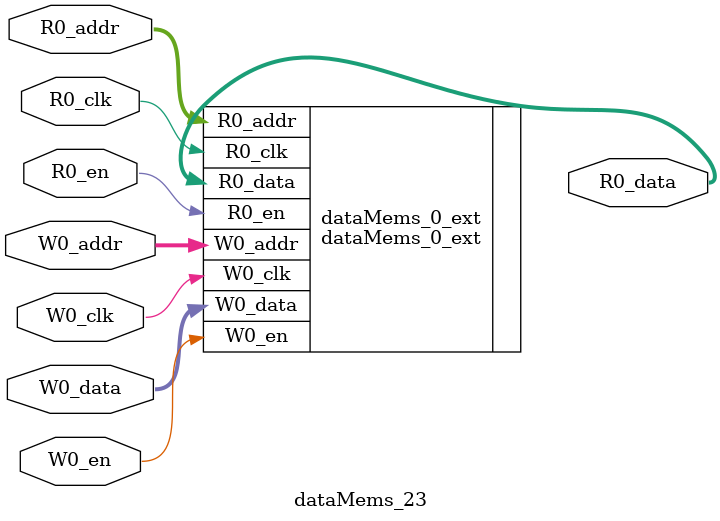
<source format=sv>
`ifndef RANDOMIZE
  `ifdef RANDOMIZE_REG_INIT
    `define RANDOMIZE
  `endif // RANDOMIZE_REG_INIT
`endif // not def RANDOMIZE
`ifndef RANDOMIZE
  `ifdef RANDOMIZE_MEM_INIT
    `define RANDOMIZE
  `endif // RANDOMIZE_MEM_INIT
`endif // not def RANDOMIZE

`ifndef RANDOM
  `define RANDOM $random
`endif // not def RANDOM

// Users can define 'PRINTF_COND' to add an extra gate to prints.
`ifndef PRINTF_COND_
  `ifdef PRINTF_COND
    `define PRINTF_COND_ (`PRINTF_COND)
  `else  // PRINTF_COND
    `define PRINTF_COND_ 1
  `endif // PRINTF_COND
`endif // not def PRINTF_COND_

// Users can define 'ASSERT_VERBOSE_COND' to add an extra gate to assert error printing.
`ifndef ASSERT_VERBOSE_COND_
  `ifdef ASSERT_VERBOSE_COND
    `define ASSERT_VERBOSE_COND_ (`ASSERT_VERBOSE_COND)
  `else  // ASSERT_VERBOSE_COND
    `define ASSERT_VERBOSE_COND_ 1
  `endif // ASSERT_VERBOSE_COND
`endif // not def ASSERT_VERBOSE_COND_

// Users can define 'STOP_COND' to add an extra gate to stop conditions.
`ifndef STOP_COND_
  `ifdef STOP_COND
    `define STOP_COND_ (`STOP_COND)
  `else  // STOP_COND
    `define STOP_COND_ 1
  `endif // STOP_COND
`endif // not def STOP_COND_

// Users can define INIT_RANDOM as general code that gets injected into the
// initializer block for modules with registers.
`ifndef INIT_RANDOM
  `define INIT_RANDOM
`endif // not def INIT_RANDOM

// If using random initialization, you can also define RANDOMIZE_DELAY to
// customize the delay used, otherwise 0.002 is used.
`ifndef RANDOMIZE_DELAY
  `define RANDOMIZE_DELAY 0.002
`endif // not def RANDOMIZE_DELAY

// Define INIT_RANDOM_PROLOG_ for use in our modules below.
`ifndef INIT_RANDOM_PROLOG_
  `ifdef RANDOMIZE
    `ifdef VERILATOR
      `define INIT_RANDOM_PROLOG_ `INIT_RANDOM
    `else  // VERILATOR
      `define INIT_RANDOM_PROLOG_ `INIT_RANDOM #`RANDOMIZE_DELAY begin end
    `endif // VERILATOR
  `else  // RANDOMIZE
    `define INIT_RANDOM_PROLOG_
  `endif // RANDOMIZE
`endif // not def INIT_RANDOM_PROLOG_

// Include register initializers in init blocks unless synthesis is set
`ifndef SYNTHESIS
  `ifndef ENABLE_INITIAL_REG_
    `define ENABLE_INITIAL_REG_
  `endif // not def ENABLE_INITIAL_REG_
`endif // not def SYNTHESIS

// Include rmemory initializers in init blocks unless synthesis is set
`ifndef SYNTHESIS
  `ifndef ENABLE_INITIAL_MEM_
    `define ENABLE_INITIAL_MEM_
  `endif // not def ENABLE_INITIAL_MEM_
`endif // not def SYNTHESIS

module dataMems_23(	// @[generators/ara/src/main/scala/UnsafeAXI4ToTL.scala:365:62]
  input  [4:0]  R0_addr,
  input         R0_en,
  input         R0_clk,
  output [66:0] R0_data,
  input  [4:0]  W0_addr,
  input         W0_en,
  input         W0_clk,
  input  [66:0] W0_data
);

  dataMems_0_ext dataMems_0_ext (	// @[generators/ara/src/main/scala/UnsafeAXI4ToTL.scala:365:62]
    .R0_addr (R0_addr),
    .R0_en   (R0_en),
    .R0_clk  (R0_clk),
    .R0_data (R0_data),
    .W0_addr (W0_addr),
    .W0_en   (W0_en),
    .W0_clk  (W0_clk),
    .W0_data (W0_data)
  );
endmodule


</source>
